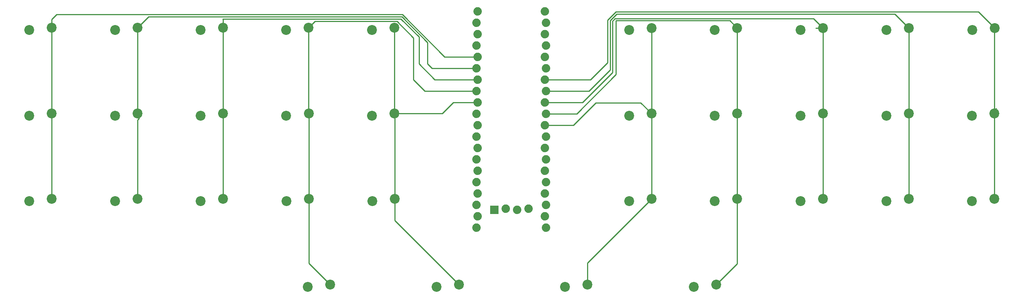
<source format=gbl>
G04 #@! TF.GenerationSoftware,KiCad,Pcbnew,6.0.7*
G04 #@! TF.CreationDate,2022-09-06T10:42:03+02:00*
G04 #@! TF.ProjectId,box_o_alps,626f785f-6f5f-4616-9c70-732e6b696361,rev?*
G04 #@! TF.SameCoordinates,Original*
G04 #@! TF.FileFunction,Copper,L2,Bot*
G04 #@! TF.FilePolarity,Positive*
%FSLAX46Y46*%
G04 Gerber Fmt 4.6, Leading zero omitted, Abs format (unit mm)*
G04 Created by KiCad (PCBNEW 6.0.7) date 2022-09-06 10:42:03*
%MOMM*%
%LPD*%
G01*
G04 APERTURE LIST*
G04 #@! TA.AperFunction,ComponentPad*
%ADD10C,2.200000*%
G04 #@! TD*
G04 #@! TA.AperFunction,ComponentPad*
%ADD11C,1.879600*%
G04 #@! TD*
G04 #@! TA.AperFunction,ComponentPad*
%ADD12R,1.879600X1.879600*%
G04 #@! TD*
G04 #@! TA.AperFunction,Conductor*
%ADD13C,0.250000*%
G04 #@! TD*
G04 APERTURE END LIST*
D10*
X167725000Y-66570000D03*
X162725000Y-67070000D03*
X72280000Y-66600000D03*
X67280000Y-67100000D03*
X53160000Y-28400000D03*
X48160000Y-28900000D03*
X53180000Y-66600000D03*
X48180000Y-67100000D03*
X34080000Y-47501250D03*
X29080000Y-48001250D03*
X53167500Y-47501250D03*
X48167500Y-48001250D03*
X91320000Y-28400000D03*
X86320000Y-28900000D03*
X181837500Y-28925000D03*
X186837500Y-28425000D03*
X181832500Y-48015000D03*
X186832500Y-47515000D03*
X186832500Y-66570000D03*
X181832500Y-67070000D03*
X110430000Y-47501250D03*
X105430000Y-48001250D03*
X110400000Y-28400000D03*
X105400000Y-28900000D03*
X72240000Y-28400000D03*
X67240000Y-28900000D03*
X162725000Y-28925000D03*
X167725000Y-28425000D03*
X162725000Y-48015000D03*
X167725000Y-47515000D03*
X110480000Y-66605000D03*
X105480000Y-67105000D03*
X200940000Y-48015000D03*
X205940000Y-47515000D03*
X72255000Y-47501250D03*
X67255000Y-48001250D03*
X244155000Y-66570000D03*
X239155000Y-67070000D03*
X239155000Y-48015000D03*
X244155000Y-47515000D03*
X239175000Y-28925000D03*
X244175000Y-28425000D03*
X34080000Y-28400000D03*
X29080000Y-28900000D03*
X205940000Y-66570000D03*
X200940000Y-67070000D03*
D11*
X129007000Y-24700000D03*
X128753000Y-27240000D03*
X129007000Y-29780000D03*
X128753000Y-32320000D03*
X129007000Y-34860000D03*
X128753000Y-37400000D03*
X129007000Y-39940000D03*
X128753000Y-42480000D03*
X129007000Y-45020000D03*
X128753000Y-47560000D03*
X129007000Y-50100000D03*
X128753000Y-52640000D03*
X129007000Y-55180000D03*
X128753000Y-57720000D03*
X129007000Y-60260000D03*
X128753000Y-62800000D03*
X129007000Y-65340000D03*
X128753000Y-67880000D03*
X129007000Y-70420000D03*
X128753000Y-72960000D03*
X144247000Y-72960000D03*
X143993000Y-70420000D03*
X144247000Y-67880000D03*
X143993000Y-65340000D03*
X144247000Y-62800000D03*
X143993000Y-60260000D03*
X144247000Y-57720000D03*
X143993000Y-55180000D03*
X144247000Y-52640000D03*
X143993000Y-50100000D03*
X144247000Y-47560000D03*
X143993000Y-45020000D03*
X144247000Y-42480000D03*
X143993000Y-39940000D03*
X144247000Y-37400000D03*
X143993000Y-34860000D03*
X144247000Y-32320000D03*
X143993000Y-29780000D03*
X144247000Y-27240000D03*
X143993000Y-24700000D03*
D12*
X132690000Y-68977000D03*
D11*
X135230000Y-68723000D03*
X137770000Y-68977000D03*
X140310000Y-68723000D03*
D10*
X220062500Y-28925000D03*
X225062500Y-28425000D03*
X220047500Y-48015000D03*
X225047500Y-47515000D03*
X91125000Y-86225000D03*
X96125000Y-85725000D03*
X177115000Y-86225000D03*
X182115000Y-85725000D03*
X34080000Y-66600000D03*
X29080000Y-67100000D03*
X225047500Y-66570000D03*
X220047500Y-67070000D03*
X91342500Y-47501250D03*
X86342500Y-48001250D03*
X91380000Y-66600000D03*
X86380000Y-67100000D03*
X200950000Y-28925000D03*
X205950000Y-28425000D03*
X148451666Y-86225000D03*
X153451666Y-85725000D03*
X119788333Y-86225000D03*
X124788333Y-85725000D03*
D13*
X34080000Y-28400000D02*
X34080000Y-26520000D01*
X34080000Y-26520000D02*
X35200000Y-25400000D01*
X35200000Y-25400000D02*
X112172792Y-25400000D01*
X112172792Y-25400000D02*
X121632792Y-34860000D01*
X121632792Y-34860000D02*
X129007000Y-34860000D01*
X118800000Y-37400000D02*
X117800000Y-36400000D01*
X112086396Y-25950000D02*
X55610000Y-25950000D01*
X128753000Y-37400000D02*
X118800000Y-37400000D01*
X117800000Y-36400000D02*
X117800000Y-31663604D01*
X117800000Y-31663604D02*
X112086396Y-25950000D01*
X55610000Y-25950000D02*
X53160000Y-28400000D01*
X72240000Y-28400000D02*
X72240000Y-26440000D01*
X72200000Y-26400000D02*
X111900000Y-26400000D01*
X119440000Y-39940000D02*
X129007000Y-39940000D01*
X72240000Y-26440000D02*
X72200000Y-26400000D01*
X111900000Y-26400000D02*
X115900000Y-30400000D01*
X115900000Y-30400000D02*
X115900000Y-36400000D01*
X115900000Y-36400000D02*
X119440000Y-39940000D01*
X117180000Y-42480000D02*
X114700000Y-40000000D01*
X128753000Y-42480000D02*
X117180000Y-42480000D01*
X114700000Y-40000000D02*
X114700000Y-30684745D01*
X114700000Y-30684745D02*
X110990255Y-26975000D01*
X110990255Y-26975000D02*
X92745000Y-26975000D01*
X92745000Y-26975000D02*
X91320000Y-28400000D01*
X110430000Y-47501250D02*
X121098750Y-47501250D01*
X121098750Y-47501250D02*
X123580000Y-45020000D01*
X123580000Y-45020000D02*
X129007000Y-45020000D01*
X244175000Y-28425000D02*
X240600000Y-24850000D01*
X157900000Y-36200000D02*
X154160000Y-39940000D01*
X240600000Y-24850000D02*
X159750000Y-24850000D01*
X159750000Y-24850000D02*
X157900000Y-26700000D01*
X157900000Y-26700000D02*
X157900000Y-36200000D01*
X154160000Y-39940000D02*
X143993000Y-39940000D01*
X143993000Y-45020000D02*
X152380000Y-45020000D01*
X152380000Y-45020000D02*
X159000000Y-38400000D01*
X159000000Y-38400000D02*
X159000000Y-26900000D01*
X159000000Y-26900000D02*
X159568550Y-26331450D01*
X159568550Y-26331450D02*
X203856450Y-26331450D01*
X203856450Y-26331450D02*
X205950000Y-28425000D01*
X153820000Y-42480000D02*
X158500000Y-37800000D01*
X144247000Y-42480000D02*
X153820000Y-42480000D01*
X158500000Y-37800000D02*
X158500000Y-26763604D01*
X159963604Y-25300000D02*
X221937500Y-25300000D01*
X158500000Y-26763604D02*
X159963604Y-25300000D01*
X221937500Y-25300000D02*
X225062500Y-28425000D01*
X144247000Y-47560000D02*
X151040000Y-47560000D01*
X151040000Y-47560000D02*
X159800000Y-38800000D01*
X159800000Y-38800000D02*
X159800000Y-26800000D01*
X159800000Y-26800000D02*
X185212500Y-26800000D01*
X185212500Y-26800000D02*
X186837500Y-28425000D01*
X167725000Y-47515000D02*
X165335000Y-45125000D01*
X165335000Y-45125000D02*
X155275000Y-45125000D01*
X155275000Y-45125000D02*
X150300000Y-50100000D01*
X150300000Y-50100000D02*
X143993000Y-50100000D01*
X186832500Y-66570000D02*
X186832500Y-81007500D01*
X186832500Y-81007500D02*
X182115000Y-85725000D01*
X153451666Y-85725000D02*
X153451666Y-80843334D01*
X153451666Y-80843334D02*
X167725000Y-66570000D01*
X110480000Y-66605000D02*
X110480000Y-71416667D01*
X110480000Y-71416667D02*
X124788333Y-85725000D01*
X91380000Y-66600000D02*
X91380000Y-80980000D01*
X91380000Y-80980000D02*
X96125000Y-85725000D01*
X34080000Y-66600000D02*
X34080000Y-47501250D01*
X34080000Y-47501250D02*
X34080000Y-28400000D01*
X53180000Y-48970000D02*
X53180000Y-66600000D01*
X53160000Y-28400000D02*
X53160000Y-48210000D01*
X53160000Y-48210000D02*
X53550000Y-48600000D01*
X53550000Y-48600000D02*
X53180000Y-48970000D01*
X72240000Y-47486250D02*
X72255000Y-47501250D01*
X72240000Y-28400000D02*
X72240000Y-47486250D01*
X72280000Y-47526250D02*
X72255000Y-47501250D01*
X72280000Y-66600000D02*
X72280000Y-47526250D01*
X91342500Y-47501250D02*
X91342500Y-66562500D01*
X91342500Y-66562500D02*
X91380000Y-66600000D01*
X91320000Y-47478750D02*
X91342500Y-47501250D01*
X91320000Y-28400000D02*
X91320000Y-47478750D01*
X110480000Y-47551250D02*
X110430000Y-47501250D01*
X110430000Y-28430000D02*
X110400000Y-28400000D01*
X110430000Y-47501250D02*
X110430000Y-28430000D01*
X110480000Y-66605000D02*
X110480000Y-47551250D01*
X167725000Y-47515000D02*
X167725000Y-66570000D01*
X167725000Y-47515000D02*
X167725000Y-28425000D01*
X186837500Y-28425000D02*
X186837500Y-47510000D01*
X186837500Y-47510000D02*
X186832500Y-47515000D01*
X186832500Y-47515000D02*
X186832500Y-66570000D01*
X205940000Y-28435000D02*
X205950000Y-28425000D01*
X205950000Y-28425000D02*
X204325000Y-28425000D01*
X205940000Y-66570000D02*
X205940000Y-47515000D01*
X205940000Y-47515000D02*
X205940000Y-28435000D01*
X225062500Y-28425000D02*
X225062500Y-47500000D01*
X225047500Y-47515000D02*
X225047500Y-66570000D01*
X225062500Y-47500000D02*
X225047500Y-47515000D01*
X244155000Y-46845000D02*
X244575000Y-46425000D01*
X244155000Y-66570000D02*
X244155000Y-46845000D01*
X244155000Y-28445000D02*
X244175000Y-28425000D01*
X244155000Y-47515000D02*
X244155000Y-28445000D01*
M02*

</source>
